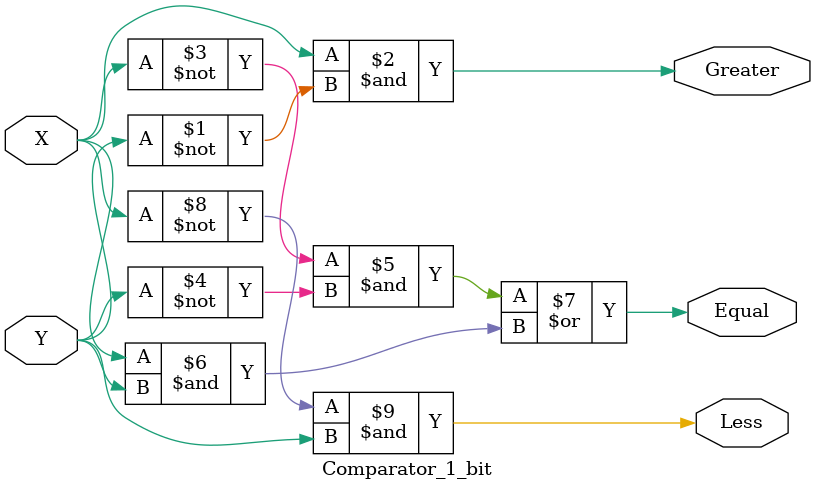
<source format=v>
module Comparator_1_bit(
    input X,
    input Y,
    output Greater,
    output Equal,
    output Less
    );
    
assign Greater = X & ~Y;
assign Equal = (~X & ~Y) | (X & Y);
assign Less = ~X & Y;
    
endmodule

</source>
